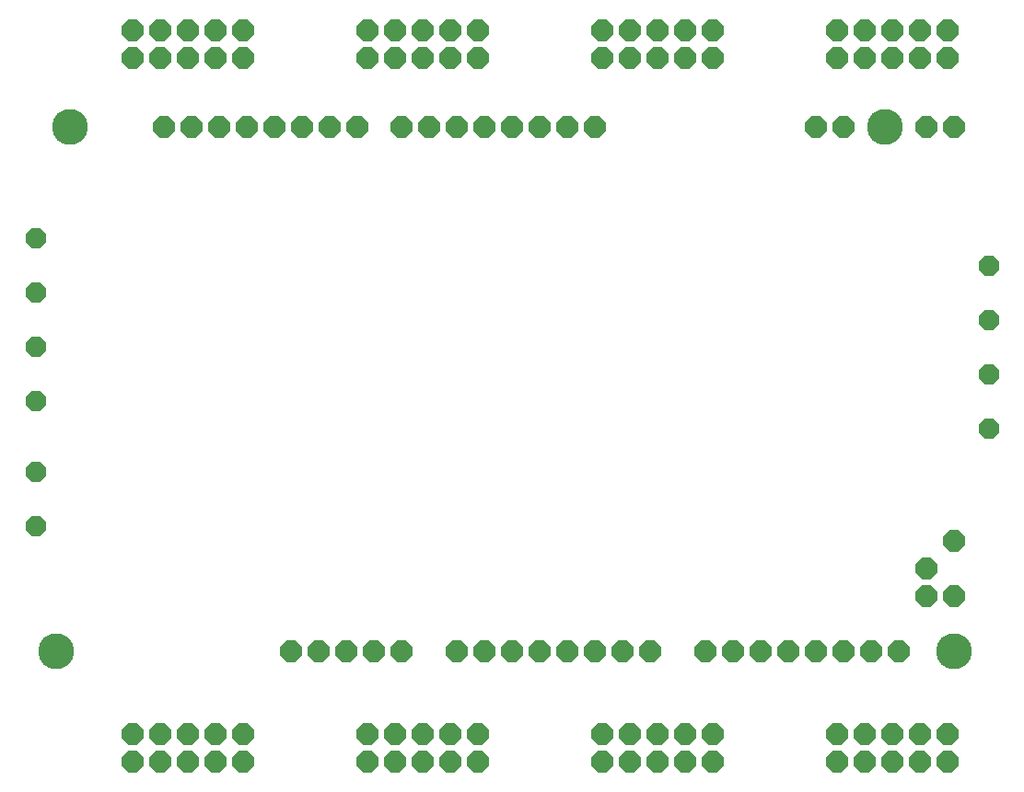
<source format=gbs>
G04 EAGLE Gerber X2 export*
%TF.Part,Single*%
%TF.FileFunction,Other,Bottom Soldermask*%
%TF.FilePolarity,Positive*%
%TF.GenerationSoftware,Autodesk,EAGLE,8.7.1*%
%TF.CreationDate,2018-04-05T21:50:13Z*%
G75*
%MOMM*%
%FSLAX34Y34*%
%LPD*%
%AMOC8*
5,1,8,0,0,1.08239X$1,22.5*%
G01*
%ADD10P,2.144431X8X112.500000*%
%ADD11C,3.301600*%
%ADD12P,2.048207X8X202.500000*%
%ADD13P,2.048207X8X22.500000*%
%ADD14P,2.144431X8X22.500000*%
%ADD15P,2.144431X8X202.500000*%


D10*
X704850Y139700D03*
X730250Y139700D03*
X755650Y139700D03*
X781050Y139700D03*
X806450Y139700D03*
X831850Y139700D03*
X857250Y139700D03*
X679450Y139700D03*
X781050Y622300D03*
X806450Y622300D03*
X476250Y139700D03*
X501650Y139700D03*
X527050Y139700D03*
X552450Y139700D03*
X577850Y139700D03*
X603250Y139700D03*
X628650Y139700D03*
X450850Y139700D03*
X425450Y622300D03*
X450850Y622300D03*
X476250Y622300D03*
X501650Y622300D03*
X527050Y622300D03*
X552450Y622300D03*
X577850Y622300D03*
X400050Y622300D03*
X207010Y622300D03*
X232410Y622300D03*
X257810Y622300D03*
X283210Y622300D03*
X308610Y622300D03*
X334010Y622300D03*
X359410Y622300D03*
X181610Y622300D03*
X882650Y215900D03*
X908050Y241300D03*
X882650Y190500D03*
X908050Y190500D03*
X882650Y622300D03*
X908050Y622300D03*
X298450Y139700D03*
X323850Y139700D03*
X349250Y139700D03*
X374650Y139700D03*
X400050Y139700D03*
D11*
X95250Y622300D03*
X82550Y139700D03*
X844550Y622300D03*
X908050Y139700D03*
D12*
X939800Y344100D03*
X939800Y394100D03*
X939800Y444100D03*
X939800Y494100D03*
D13*
X63500Y519500D03*
X63500Y469500D03*
X63500Y419500D03*
X63500Y369500D03*
D14*
X800100Y685800D03*
X800100Y711200D03*
X825500Y685800D03*
X825500Y711200D03*
X850900Y685800D03*
X850900Y711200D03*
X876300Y685800D03*
X876300Y711200D03*
X901700Y685800D03*
X901700Y711200D03*
D15*
X901700Y63500D03*
X901700Y38100D03*
X876300Y63500D03*
X876300Y38100D03*
X850900Y63500D03*
X850900Y38100D03*
X825500Y63500D03*
X825500Y38100D03*
X800100Y63500D03*
X800100Y38100D03*
D14*
X584200Y685800D03*
X584200Y711200D03*
X609600Y685800D03*
X609600Y711200D03*
X635000Y685800D03*
X635000Y711200D03*
X660400Y685800D03*
X660400Y711200D03*
X685800Y685800D03*
X685800Y711200D03*
D15*
X685800Y63500D03*
X685800Y38100D03*
X660400Y63500D03*
X660400Y38100D03*
X635000Y63500D03*
X635000Y38100D03*
X609600Y63500D03*
X609600Y38100D03*
X584200Y63500D03*
X584200Y38100D03*
D14*
X368300Y685800D03*
X368300Y711200D03*
X393700Y685800D03*
X393700Y711200D03*
X419100Y685800D03*
X419100Y711200D03*
X444500Y685800D03*
X444500Y711200D03*
X469900Y685800D03*
X469900Y711200D03*
D15*
X469900Y63500D03*
X469900Y38100D03*
X444500Y63500D03*
X444500Y38100D03*
X419100Y63500D03*
X419100Y38100D03*
X393700Y63500D03*
X393700Y38100D03*
X368300Y63500D03*
X368300Y38100D03*
D14*
X152400Y685800D03*
X152400Y711200D03*
X177800Y685800D03*
X177800Y711200D03*
X203200Y685800D03*
X203200Y711200D03*
X228600Y685800D03*
X228600Y711200D03*
X254000Y685800D03*
X254000Y711200D03*
D15*
X254000Y63500D03*
X254000Y38100D03*
X228600Y63500D03*
X228600Y38100D03*
X203200Y63500D03*
X203200Y38100D03*
X177800Y63500D03*
X177800Y38100D03*
X152400Y63500D03*
X152400Y38100D03*
D13*
X63500Y304400D03*
X63500Y254400D03*
M02*

</source>
